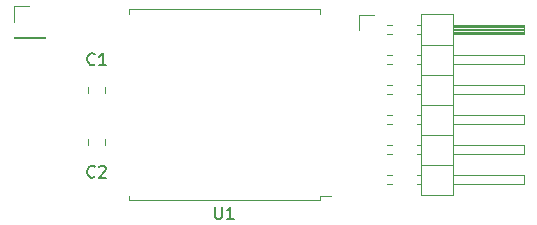
<source format=gbr>
%TF.GenerationSoftware,KiCad,Pcbnew,7.0.1*%
%TF.CreationDate,2023-04-28T09:41:15+02:00*%
%TF.ProjectId,RFM9xW_ANT,52464d39-7857-45f4-914e-542e6b696361,rev?*%
%TF.SameCoordinates,Original*%
%TF.FileFunction,Legend,Top*%
%TF.FilePolarity,Positive*%
%FSLAX46Y46*%
G04 Gerber Fmt 4.6, Leading zero omitted, Abs format (unit mm)*
G04 Created by KiCad (PCBNEW 7.0.1) date 2023-04-28 09:41:15*
%MOMM*%
%LPD*%
G01*
G04 APERTURE LIST*
%ADD10C,0.150000*%
%ADD11C,0.120000*%
G04 APERTURE END LIST*
D10*
%TO.C,U1*%
X136398095Y-58192619D02*
X136398095Y-59002142D01*
X136398095Y-59002142D02*
X136445714Y-59097380D01*
X136445714Y-59097380D02*
X136493333Y-59145000D01*
X136493333Y-59145000D02*
X136588571Y-59192619D01*
X136588571Y-59192619D02*
X136779047Y-59192619D01*
X136779047Y-59192619D02*
X136874285Y-59145000D01*
X136874285Y-59145000D02*
X136921904Y-59097380D01*
X136921904Y-59097380D02*
X136969523Y-59002142D01*
X136969523Y-59002142D02*
X136969523Y-58192619D01*
X137969523Y-59192619D02*
X137398095Y-59192619D01*
X137683809Y-59192619D02*
X137683809Y-58192619D01*
X137683809Y-58192619D02*
X137588571Y-58335476D01*
X137588571Y-58335476D02*
X137493333Y-58430714D01*
X137493333Y-58430714D02*
X137398095Y-58478333D01*
%TO.C,C1*%
X126198333Y-46087380D02*
X126150714Y-46135000D01*
X126150714Y-46135000D02*
X126007857Y-46182619D01*
X126007857Y-46182619D02*
X125912619Y-46182619D01*
X125912619Y-46182619D02*
X125769762Y-46135000D01*
X125769762Y-46135000D02*
X125674524Y-46039761D01*
X125674524Y-46039761D02*
X125626905Y-45944523D01*
X125626905Y-45944523D02*
X125579286Y-45754047D01*
X125579286Y-45754047D02*
X125579286Y-45611190D01*
X125579286Y-45611190D02*
X125626905Y-45420714D01*
X125626905Y-45420714D02*
X125674524Y-45325476D01*
X125674524Y-45325476D02*
X125769762Y-45230238D01*
X125769762Y-45230238D02*
X125912619Y-45182619D01*
X125912619Y-45182619D02*
X126007857Y-45182619D01*
X126007857Y-45182619D02*
X126150714Y-45230238D01*
X126150714Y-45230238D02*
X126198333Y-45277857D01*
X127150714Y-46182619D02*
X126579286Y-46182619D01*
X126865000Y-46182619D02*
X126865000Y-45182619D01*
X126865000Y-45182619D02*
X126769762Y-45325476D01*
X126769762Y-45325476D02*
X126674524Y-45420714D01*
X126674524Y-45420714D02*
X126579286Y-45468333D01*
%TO.C,C2*%
X126198333Y-55612380D02*
X126150714Y-55660000D01*
X126150714Y-55660000D02*
X126007857Y-55707619D01*
X126007857Y-55707619D02*
X125912619Y-55707619D01*
X125912619Y-55707619D02*
X125769762Y-55660000D01*
X125769762Y-55660000D02*
X125674524Y-55564761D01*
X125674524Y-55564761D02*
X125626905Y-55469523D01*
X125626905Y-55469523D02*
X125579286Y-55279047D01*
X125579286Y-55279047D02*
X125579286Y-55136190D01*
X125579286Y-55136190D02*
X125626905Y-54945714D01*
X125626905Y-54945714D02*
X125674524Y-54850476D01*
X125674524Y-54850476D02*
X125769762Y-54755238D01*
X125769762Y-54755238D02*
X125912619Y-54707619D01*
X125912619Y-54707619D02*
X126007857Y-54707619D01*
X126007857Y-54707619D02*
X126150714Y-54755238D01*
X126150714Y-54755238D02*
X126198333Y-54802857D01*
X126579286Y-54802857D02*
X126626905Y-54755238D01*
X126626905Y-54755238D02*
X126722143Y-54707619D01*
X126722143Y-54707619D02*
X126960238Y-54707619D01*
X126960238Y-54707619D02*
X127055476Y-54755238D01*
X127055476Y-54755238D02*
X127103095Y-54802857D01*
X127103095Y-54802857D02*
X127150714Y-54898095D01*
X127150714Y-54898095D02*
X127150714Y-54993333D01*
X127150714Y-54993333D02*
X127103095Y-55136190D01*
X127103095Y-55136190D02*
X126531667Y-55707619D01*
X126531667Y-55707619D02*
X127150714Y-55707619D01*
D11*
%TO.C,J1*%
X156500000Y-45340000D02*
X162500000Y-45340000D01*
X153442929Y-43560000D02*
X153840000Y-43560000D01*
X162500000Y-43560000D02*
X156500000Y-43560000D01*
X153442929Y-50420000D02*
X153840000Y-50420000D01*
X162500000Y-51180000D02*
X156500000Y-51180000D01*
X150902929Y-56260000D02*
X151357071Y-56260000D01*
X150902929Y-47880000D02*
X151357071Y-47880000D01*
X156500000Y-42980000D02*
X162500000Y-42980000D01*
X153840000Y-57210000D02*
X156500000Y-57210000D01*
X153840000Y-41850000D02*
X153840000Y-57210000D01*
X150902929Y-50420000D02*
X151357071Y-50420000D01*
X156500000Y-42860000D02*
X162500000Y-42860000D01*
X150902929Y-52960000D02*
X151357071Y-52960000D01*
X153840000Y-52070000D02*
X156500000Y-52070000D01*
X150902929Y-55500000D02*
X151357071Y-55500000D01*
X153442929Y-45340000D02*
X153840000Y-45340000D01*
X148590000Y-41910000D02*
X149860000Y-41910000D01*
X153840000Y-49530000D02*
X156500000Y-49530000D01*
X156500000Y-55500000D02*
X162500000Y-55500000D01*
X153442929Y-42800000D02*
X153840000Y-42800000D01*
X156500000Y-43100000D02*
X162500000Y-43100000D01*
X162500000Y-42800000D02*
X162500000Y-43560000D01*
X162500000Y-48640000D02*
X156500000Y-48640000D01*
X156500000Y-57210000D02*
X156500000Y-41850000D01*
X148590000Y-43180000D02*
X148590000Y-41910000D01*
X162500000Y-52960000D02*
X162500000Y-53720000D01*
X156500000Y-42800000D02*
X162500000Y-42800000D01*
X156500000Y-43460000D02*
X162500000Y-43460000D01*
X162500000Y-50420000D02*
X162500000Y-51180000D01*
X162500000Y-46100000D02*
X156500000Y-46100000D01*
X153442929Y-55500000D02*
X153840000Y-55500000D01*
X156500000Y-50420000D02*
X162500000Y-50420000D01*
X150970000Y-42800000D02*
X151357071Y-42800000D01*
X156500000Y-43340000D02*
X162500000Y-43340000D01*
X150970000Y-43560000D02*
X151357071Y-43560000D01*
X150902929Y-51180000D02*
X151357071Y-51180000D01*
X153442929Y-51180000D02*
X153840000Y-51180000D01*
X153840000Y-44450000D02*
X156500000Y-44450000D01*
X153442929Y-48640000D02*
X153840000Y-48640000D01*
X153442929Y-56260000D02*
X153840000Y-56260000D01*
X162500000Y-56260000D02*
X156500000Y-56260000D01*
X150902929Y-48640000D02*
X151357071Y-48640000D01*
X150902929Y-46100000D02*
X151357071Y-46100000D01*
X162500000Y-55500000D02*
X162500000Y-56260000D01*
X156500000Y-43220000D02*
X162500000Y-43220000D01*
X153442929Y-53720000D02*
X153840000Y-53720000D01*
X150902929Y-53720000D02*
X151357071Y-53720000D01*
X162500000Y-53720000D02*
X156500000Y-53720000D01*
X162500000Y-45340000D02*
X162500000Y-46100000D01*
X153840000Y-46990000D02*
X156500000Y-46990000D01*
X153840000Y-54610000D02*
X156500000Y-54610000D01*
X156500000Y-47880000D02*
X162500000Y-47880000D01*
X153442929Y-52960000D02*
X153840000Y-52960000D01*
X156500000Y-41850000D02*
X153840000Y-41850000D01*
X156500000Y-52960000D02*
X162500000Y-52960000D01*
X162500000Y-47880000D02*
X162500000Y-48640000D01*
X153442929Y-47880000D02*
X153840000Y-47880000D01*
X153442929Y-46100000D02*
X153840000Y-46100000D01*
X150902929Y-45340000D02*
X151357071Y-45340000D01*
%TO.C,U1*%
X145260000Y-57630000D02*
X145260000Y-57280000D01*
X145260000Y-57630000D02*
X129060000Y-57630000D01*
X145260000Y-57280000D02*
X146160000Y-57280000D01*
X145260000Y-41830000D02*
X145260000Y-41430000D01*
X145260000Y-41430000D02*
X129060000Y-41430000D01*
X129060000Y-57630000D02*
X129060000Y-57230000D01*
X129060000Y-41430000D02*
X129060000Y-41830000D01*
%TO.C,C1*%
X125630000Y-48521252D02*
X125630000Y-47998748D01*
X127100000Y-48521252D02*
X127100000Y-47998748D01*
%TO.C,Je*%
X119320000Y-41200000D02*
X120650000Y-41200000D01*
X119320000Y-42530000D02*
X119320000Y-41200000D01*
X119320000Y-43800000D02*
X119320000Y-43860000D01*
X119320000Y-43800000D02*
X121980000Y-43800000D01*
X119320000Y-43860000D02*
X121980000Y-43860000D01*
X121980000Y-43800000D02*
X121980000Y-43860000D01*
%TO.C,C2*%
X127100000Y-52443748D02*
X127100000Y-52966252D01*
X125630000Y-52443748D02*
X125630000Y-52966252D01*
%TD*%
M02*

</source>
